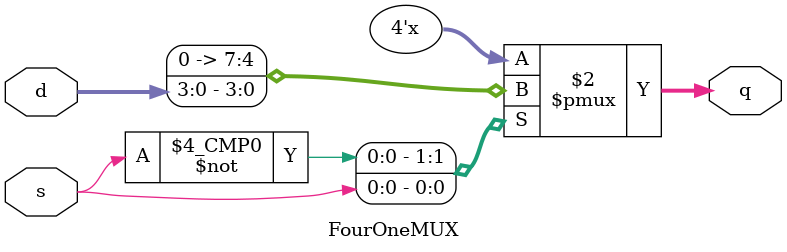
<source format=sv>
module FourOneMUX(input logic s,
						input logic[3:0] d,
                output logic[3:0] q);
always_comb
  case(s)
    //                                           
    0:       q = 4'b0000;
    1:       q = d;
    default: q = 4'b0000;
  endcase
  
endmodule

</source>
